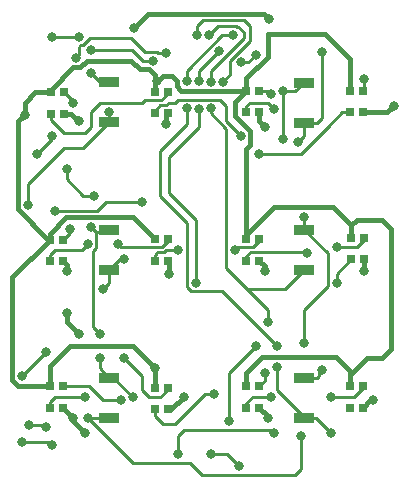
<source format=gbr>
%TF.GenerationSoftware,KiCad,Pcbnew,(5.99.0-9379-gbf5cd2e233)*%
%TF.CreationDate,2021-03-11T01:06:43+01:00*%
%TF.ProjectId,sucker-one-ui-board,7375636b-6572-42d6-9f6e-652d75692d62,rev?*%
%TF.SameCoordinates,Original*%
%TF.FileFunction,Copper,L1,Top*%
%TF.FilePolarity,Positive*%
%FSLAX46Y46*%
G04 Gerber Fmt 4.6, Leading zero omitted, Abs format (unit mm)*
G04 Created by KiCad (PCBNEW (5.99.0-9379-gbf5cd2e233)) date 2021-03-11 01:06:43*
%MOMM*%
%LPD*%
G01*
G04 APERTURE LIST*
%TA.AperFunction,SMDPad,CuDef*%
%ADD10R,0.700000X0.700000*%
%TD*%
%TA.AperFunction,SMDPad,CuDef*%
%ADD11R,1.700000X0.900000*%
%TD*%
%TA.AperFunction,ViaPad*%
%ADD12C,0.800000*%
%TD*%
%TA.AperFunction,Conductor*%
%ADD13C,0.250000*%
%TD*%
%TA.AperFunction,Conductor*%
%ADD14C,0.400000*%
%TD*%
G04 APERTURE END LIST*
D10*
%TO.P,U6,1,DO*%
%TO.N,DO_REV*%
X77555000Y-100102000D03*
%TO.P,U6,2,GND*%
%TO.N,GND*%
X78655000Y-100102000D03*
%TO.P,U6,3,DI*%
%TO.N,Net-(U3-Pad1)*%
X78655000Y-98272000D03*
%TO.P,U6,4,VDD*%
%TO.N,+5V*%
X77555000Y-98272000D03*
%TD*%
%TO.P,U5,1,DO*%
%TO.N,DO_LOW*%
X77555000Y-87529000D03*
%TO.P,U5,2,GND*%
%TO.N,GND*%
X78655000Y-87529000D03*
%TO.P,U5,3,DI*%
%TO.N,Net-(U2-Pad1)*%
X78655000Y-85699000D03*
%TO.P,U5,4,VDD*%
%TO.N,+5V*%
X77555000Y-85699000D03*
%TD*%
%TO.P,U8,1,DO*%
%TO.N,Net-(U11-Pad3)*%
X85302000Y-87529000D03*
%TO.P,U8,2,GND*%
%TO.N,GND*%
X86402000Y-87529000D03*
%TO.P,U8,3,DI*%
%TO.N,DO_LOW*%
X86402000Y-85699000D03*
%TO.P,U8,4,VDD*%
%TO.N,+5V*%
X85302000Y-85699000D03*
%TD*%
%TO.P,U2,1,DO*%
%TO.N,Net-(U2-Pad1)*%
X68665000Y-87566522D03*
%TO.P,U2,2,GND*%
%TO.N,GND*%
X69765000Y-87566522D03*
%TO.P,U2,3,DI*%
%TO.N,DO_DROP*%
X69765000Y-85736522D03*
%TO.P,U2,4,VDD*%
%TO.N,+5V*%
X68665000Y-85736522D03*
%TD*%
D11*
%TO.P,SW1,1,A*%
%TO.N,LIFT_BTN*%
X73660000Y-75817200D03*
%TO.P,SW1,2,B*%
%TO.N,+3V3*%
X73660000Y-72417200D03*
%TD*%
%TO.P,SW5,1,A*%
%TO.N,DROP_BTN*%
X90170000Y-75842600D03*
%TO.P,SW5,2,B*%
%TO.N,+3V3*%
X90170000Y-72442600D03*
%TD*%
D10*
%TO.P,U10,1,DO*%
%TO.N,DO_DROP*%
X94065000Y-74956000D03*
%TO.P,U10,2,GND*%
%TO.N,GND*%
X95165000Y-74956000D03*
%TO.P,U10,3,DI*%
%TO.N,Net-(U10-Pad3)*%
X95165000Y-73126000D03*
%TO.P,U10,4,VDD*%
%TO.N,+5V*%
X94065000Y-73126000D03*
%TD*%
%TO.P,U4,1,DO*%
%TO.N,DO_LIFT*%
X77555000Y-75045478D03*
%TO.P,U4,2,GND*%
%TO.N,GND*%
X78655000Y-75045478D03*
%TO.P,U4,3,DI*%
%TO.N,Net-(U1-Pad1)*%
X78655000Y-73215478D03*
%TO.P,U4,4,VDD*%
%TO.N,+5V*%
X77555000Y-73215478D03*
%TD*%
%TO.P,U11,1,DO*%
%TO.N,DO_HIGH*%
X94192000Y-87402000D03*
%TO.P,U11,2,GND*%
%TO.N,GND*%
X95292000Y-87402000D03*
%TO.P,U11,3,DI*%
%TO.N,Net-(U11-Pad3)*%
X95292000Y-85572000D03*
%TO.P,U11,4,VDD*%
%TO.N,+5V*%
X94192000Y-85572000D03*
%TD*%
%TO.P,U9,1,DO*%
%TO.N,Net-(U12-Pad3)*%
X85302000Y-99975000D03*
%TO.P,U9,2,GND*%
%TO.N,GND*%
X86402000Y-99975000D03*
%TO.P,U9,3,DI*%
%TO.N,DO_REV*%
X86402000Y-98145000D03*
%TO.P,U9,4,VDD*%
%TO.N,+5V*%
X85302000Y-98145000D03*
%TD*%
%TO.P,U7,1,DO*%
%TO.N,Net-(U10-Pad3)*%
X85302000Y-74956000D03*
%TO.P,U7,2,GND*%
%TO.N,GND*%
X86402000Y-74956000D03*
%TO.P,U7,3,DI*%
%TO.N,DO_LIFT*%
X86402000Y-73126000D03*
%TO.P,U7,4,VDD*%
%TO.N,+5V*%
X85302000Y-73126000D03*
%TD*%
D11*
%TO.P,SW4,1,A*%
%TO.N,TRIGGER_BTN*%
X90170000Y-100836200D03*
%TO.P,SW4,2,B*%
%TO.N,+3V3*%
X90170000Y-97436200D03*
%TD*%
%TO.P,SW3,1,A*%
%TO.N,REVERSE_BTN*%
X73685400Y-100836200D03*
%TO.P,SW3,2,B*%
%TO.N,+3V3*%
X73685400Y-97436200D03*
%TD*%
D10*
%TO.P,U3,1,DO*%
%TO.N,Net-(U3-Pad1)*%
X68665000Y-99975000D03*
%TO.P,U3,2,GND*%
%TO.N,GND*%
X69765000Y-99975000D03*
%TO.P,U3,3,DI*%
%TO.N,DO_HIGH*%
X69765000Y-98145000D03*
%TO.P,U3,4,VDD*%
%TO.N,+5V*%
X68665000Y-98145000D03*
%TD*%
%TO.P,U12,1,DO*%
%TO.N,unconnected-(U12-Pad1)*%
X94065000Y-99975000D03*
%TO.P,U12,2,GND*%
%TO.N,GND*%
X95165000Y-99975000D03*
%TO.P,U12,3,DI*%
%TO.N,Net-(U12-Pad3)*%
X95165000Y-98145000D03*
%TO.P,U12,4,VDD*%
%TO.N,+5V*%
X94065000Y-98145000D03*
%TD*%
D11*
%TO.P,SW2,1,A*%
%TO.N,LOW_BTN*%
X73660000Y-88339400D03*
%TO.P,SW2,2,B*%
%TO.N,+3V3*%
X73660000Y-84939400D03*
%TD*%
D10*
%TO.P,U1,1,DO*%
%TO.N,Net-(U1-Pad1)*%
X68792000Y-75083000D03*
%TO.P,U1,2,GND*%
%TO.N,GND*%
X69892000Y-75083000D03*
%TO.P,U1,3,DI*%
%TO.N,LED_DATA*%
X69892000Y-73253000D03*
%TO.P,U1,4,VDD*%
%TO.N,+5V*%
X68792000Y-73253000D03*
%TD*%
D11*
%TO.P,SW6,1,A*%
%TO.N,HIGH_BTN*%
X90170000Y-88314000D03*
%TO.P,SW6,2,B*%
%TO.N,+3V3*%
X90170000Y-84914000D03*
%TD*%
D12*
%TO.N,LOW_BTN*%
X81160996Y-68420999D03*
%TO.N,HIGH_BTN*%
X82160996Y-68420999D03*
%TO.N,REVERSE_BTN*%
X83025212Y-69745057D03*
%TO.N,TRIGGER_BTN*%
X84160995Y-68420999D03*
%TO.N,LIFT_BTN*%
X70866000Y-70358000D03*
X78486000Y-69977000D03*
%TO.N,+5V*%
X77787500Y-72326500D03*
%TO.N,GND*%
X75819000Y-67818000D03*
X87249000Y-67056000D03*
X71120000Y-93726000D03*
X71120000Y-75692000D03*
X71628000Y-102108000D03*
X97790000Y-74422000D03*
X86868000Y-88392000D03*
X95250000Y-88392000D03*
X70104000Y-88392000D03*
X70612000Y-100838000D03*
X87122000Y-100838000D03*
X78740000Y-88646000D03*
X86868000Y-76200000D03*
X80010000Y-99060000D03*
X96012000Y-99314000D03*
X78486000Y-75946000D03*
X70104000Y-91948000D03*
%TO.N,LIFT_BTN*%
X66941288Y-101418586D03*
X73660000Y-74930000D03*
X66802000Y-82804000D03*
X68391299Y-101600000D03*
%TO.N,HIGH_BTN*%
X82296000Y-72390000D03*
X82296000Y-74639010D03*
X86106000Y-94742000D03*
X87122000Y-92710000D03*
X83820000Y-101092000D03*
%TO.N,REVERSE_BTN*%
X81280000Y-74676000D03*
X71882000Y-100838000D03*
X81026000Y-89408000D03*
X81282651Y-72334979D03*
X89916000Y-102362000D03*
%TO.N,DROP_BTN*%
X91694000Y-69850000D03*
X89662000Y-77470000D03*
X84743995Y-104938990D03*
X84846547Y-70737772D03*
X82296000Y-103886000D03*
X86106000Y-70104000D03*
%TO.N,LOW_BTN*%
X66294000Y-97282000D03*
X83312000Y-72390000D03*
X68834000Y-103124000D03*
X79502000Y-103886000D03*
X87630000Y-102108000D03*
X68326000Y-95250000D03*
X73152000Y-89916000D03*
X66294000Y-102870000D03*
X74930000Y-87376000D03*
%TO.N,TRIGGER_BTN*%
X80266775Y-72334979D03*
X87884000Y-94742000D03*
X92456000Y-102108000D03*
X80270590Y-74639010D03*
X87884000Y-96520000D03*
%TO.N,+5V*%
X77555000Y-96605000D03*
X66548000Y-75184000D03*
%TO.N,LED_DATA*%
X70612000Y-74168000D03*
X67564000Y-78486000D03*
X68834000Y-76962000D03*
%TO.N,Net-(U2-Pad1)*%
X74422000Y-86106000D03*
X71882000Y-86106000D03*
%TO.N,DO_DROP*%
X69088000Y-83312000D03*
X76454000Y-82550000D03*
X70358000Y-84836000D03*
X86360000Y-78486000D03*
%TO.N,Net-(U3-Pad1)*%
X74930000Y-95758000D03*
X71628000Y-99060000D03*
%TO.N,DO_LOW*%
X79502000Y-86614000D03*
X84328000Y-86614000D03*
%TO.N,DO_LIFT*%
X87376000Y-73406000D03*
X84836000Y-76962000D03*
%TO.N,DO_HIGH*%
X74676000Y-99314000D03*
X92964000Y-89408000D03*
%TO.N,DO_REV*%
X86868000Y-97028000D03*
X82550000Y-98806000D03*
%TO.N,Net-(U10-Pad3)*%
X87630000Y-74676000D03*
X95250000Y-72136000D03*
%TO.N,Net-(U11-Pad3)*%
X90424000Y-86868000D03*
X92964000Y-86360000D03*
%TO.N,Net-(U12-Pad3)*%
X92456000Y-99060000D03*
X87376000Y-99060000D03*
%TO.N,+3V3*%
X75692000Y-99060000D03*
X77430208Y-70597288D03*
X72136000Y-71628000D03*
X72898000Y-95758000D03*
X88392000Y-77216000D03*
X72136000Y-84637021D03*
X91694000Y-96774000D03*
X72390000Y-82042000D03*
X70104000Y-79756000D03*
X90170000Y-83820000D03*
X72898000Y-93726000D03*
X88392000Y-73152000D03*
X72195159Y-69673161D03*
X90170000Y-94488000D03*
%TO.N,DATA_IN*%
X71120000Y-68580000D03*
X68834000Y-68580000D03*
%TD*%
D13*
%TO.N,TRIGGER_BTN*%
X80266775Y-72334979D02*
X80266775Y-71430492D01*
%TO.N,HIGH_BTN*%
X84649600Y-67760011D02*
X84522600Y-67760011D01*
D14*
%TO.N,GND*%
X75819000Y-67818000D02*
X76979011Y-66657989D01*
D13*
%TO.N,LOW_BTN*%
X81661000Y-67183000D02*
X81160996Y-67683004D01*
%TO.N,REVERSE_BTN*%
X81282651Y-72334979D02*
X81282651Y-71487618D01*
X81282651Y-71487618D02*
X83025212Y-69745057D01*
%TO.N,HIGH_BTN*%
X82890995Y-67691000D02*
X82160996Y-68420999D01*
X82296000Y-72390000D02*
X82296000Y-71499589D01*
X85090000Y-68200411D02*
X84649600Y-67760011D01*
%TO.N,DROP_BTN*%
X86106000Y-70104000D02*
X85472228Y-70737772D01*
%TO.N,LOW_BTN*%
X83312000Y-72390000D02*
X83947000Y-71755000D01*
D14*
%TO.N,GND*%
X76979011Y-66657989D02*
X86850989Y-66657989D01*
D13*
%TO.N,HIGH_BTN*%
X84522600Y-67760011D02*
X84453589Y-67691000D01*
X82296000Y-71499589D02*
X85090000Y-68705589D01*
%TO.N,TRIGGER_BTN*%
X83276268Y-68420999D02*
X84160995Y-68420999D01*
X80266775Y-71430492D02*
X83276268Y-68420999D01*
%TO.N,LOW_BTN*%
X83947000Y-71755000D02*
X83947000Y-70612000D01*
X85598000Y-68961000D02*
X85598000Y-67691000D01*
%TO.N,HIGH_BTN*%
X84453589Y-67691000D02*
X82890995Y-67691000D01*
D14*
%TO.N,GND*%
X86850989Y-66657989D02*
X87249000Y-67056000D01*
D13*
%TO.N,DROP_BTN*%
X85472228Y-70737772D02*
X84846547Y-70737772D01*
%TO.N,HIGH_BTN*%
X85090000Y-68705589D02*
X85090000Y-68200411D01*
%TO.N,LOW_BTN*%
X81160996Y-67683004D02*
X81160996Y-68420999D01*
X83947000Y-70612000D02*
X85598000Y-68961000D01*
X85598000Y-67691000D02*
X85090000Y-67183000D01*
X85090000Y-67183000D02*
X81661000Y-67183000D01*
D14*
%TO.N,+5V*%
X77555000Y-71798998D02*
X77555000Y-73215478D01*
D13*
%TO.N,LIFT_BTN*%
X75565000Y-68707000D02*
X72644000Y-68707000D01*
D14*
%TO.N,+5V*%
X75600000Y-70612000D02*
X76323999Y-71335999D01*
D13*
%TO.N,LIFT_BTN*%
X71120000Y-69850000D02*
X71120000Y-70104000D01*
X77882937Y-69977000D02*
X77778214Y-69872277D01*
X75946000Y-69088000D02*
X75565000Y-68707000D01*
X71468006Y-69305011D02*
X71283989Y-69305011D01*
D14*
%TO.N,+5V*%
X76323999Y-71335999D02*
X77092001Y-71335999D01*
X68792000Y-73253000D02*
X68792000Y-73047478D01*
X68792000Y-73047478D02*
X70681477Y-71158001D01*
D13*
%TO.N,+3V3*%
X77430208Y-70597288D02*
X76585009Y-70597288D01*
%TO.N,LIFT_BTN*%
X72066017Y-68707000D02*
X71468006Y-69305011D01*
X77778214Y-69872277D02*
X76730277Y-69872277D01*
X71120000Y-69469000D02*
X71120000Y-69850000D01*
%TO.N,+3V3*%
X76585009Y-70597288D02*
X75660882Y-69673161D01*
%TO.N,LIFT_BTN*%
X71247000Y-69342000D02*
X71120000Y-69469000D01*
X71283989Y-69305011D02*
X71247000Y-69342000D01*
X76730277Y-69872277D02*
X75946000Y-69088000D01*
D14*
%TO.N,+5V*%
X71796002Y-70612000D02*
X75600000Y-70612000D01*
D13*
%TO.N,+3V3*%
X75660882Y-69673161D02*
X72195159Y-69673161D01*
D14*
%TO.N,+5V*%
X77092001Y-71335999D02*
X77555000Y-71798998D01*
D13*
%TO.N,LIFT_BTN*%
X78486000Y-69977000D02*
X77882937Y-69977000D01*
X72644000Y-68707000D02*
X72066017Y-68707000D01*
D14*
%TO.N,+5V*%
X70681477Y-71158001D02*
X71250001Y-71158001D01*
X71250001Y-71158001D02*
X71796002Y-70612000D01*
D13*
%TO.N,LIFT_BTN*%
X71120000Y-70104000D02*
X70866000Y-70358000D01*
D14*
%TO.N,+5V*%
X78232000Y-71882000D02*
X77787500Y-72326500D01*
X77787500Y-72326500D02*
X77555000Y-72559000D01*
D13*
%TO.N,+3V3*%
X77430208Y-70597288D02*
X77430208Y-70524792D01*
D14*
%TO.N,GND*%
X70104000Y-92710000D02*
X71120000Y-93726000D01*
X86868000Y-88392000D02*
X86868000Y-87995000D01*
X70104000Y-87905522D02*
X69765000Y-87566522D01*
X78968000Y-100102000D02*
X80010000Y-99060000D01*
X70104000Y-91948000D02*
X70104000Y-92710000D01*
X70612000Y-100822000D02*
X69765000Y-99975000D01*
X95250000Y-87444000D02*
X95292000Y-87402000D01*
X70612000Y-100838000D02*
X70612000Y-100822000D01*
X97256000Y-74956000D02*
X95165000Y-74956000D01*
X95250000Y-88392000D02*
X95250000Y-87444000D01*
X96012000Y-99314000D02*
X95826000Y-99314000D01*
X86868000Y-87995000D02*
X86402000Y-87529000D01*
X87122000Y-100695000D02*
X86402000Y-99975000D01*
X78740000Y-88646000D02*
X78740000Y-87614000D01*
X86402000Y-74956000D02*
X86402000Y-75734000D01*
X78655000Y-100102000D02*
X78968000Y-100102000D01*
X95826000Y-99314000D02*
X95165000Y-99975000D01*
X70511000Y-75083000D02*
X71120000Y-75692000D01*
X70612000Y-100838000D02*
X70612000Y-101092000D01*
X70612000Y-101092000D02*
X71628000Y-102108000D01*
X69892000Y-75083000D02*
X70511000Y-75083000D01*
X78740000Y-87614000D02*
X78655000Y-87529000D01*
X78486000Y-75946000D02*
X78486000Y-75214478D01*
X87122000Y-100838000D02*
X87122000Y-100695000D01*
X86402000Y-75734000D02*
X86868000Y-76200000D01*
X78486000Y-75214478D02*
X78655000Y-75045478D01*
X97790000Y-74422000D02*
X97256000Y-74956000D01*
X70104000Y-88392000D02*
X70104000Y-87905522D01*
D13*
%TO.N,LIFT_BTN*%
X73660000Y-75817200D02*
X73660000Y-74930000D01*
X66941288Y-101418586D02*
X68209885Y-101418586D01*
X73660000Y-75817200D02*
X71499200Y-77978000D01*
X68209885Y-101418586D02*
X68391299Y-101600000D01*
X71499200Y-77978000D02*
X71120000Y-77978000D01*
X69850000Y-77978000D02*
X68834000Y-78994000D01*
X68834000Y-78994000D02*
X66802000Y-81026000D01*
X71120000Y-77978000D02*
X69850000Y-77978000D01*
X66802000Y-81026000D02*
X66802000Y-82804000D01*
%TO.N,HIGH_BTN*%
X83820000Y-97028000D02*
X86106000Y-94742000D01*
X90170000Y-88314000D02*
X88568000Y-89916000D01*
X83602999Y-88174999D02*
X83602999Y-76365411D01*
X83820000Y-101092000D02*
X83820000Y-97028000D01*
X87122000Y-92710000D02*
X87122000Y-91694000D01*
X82296000Y-75058412D02*
X82296000Y-74639010D01*
X85344000Y-89916000D02*
X83602999Y-88174999D01*
X87122000Y-91694000D02*
X85344000Y-89916000D01*
X83602999Y-76365411D02*
X82296000Y-75058412D01*
X88568000Y-89916000D02*
X85344000Y-89916000D01*
%TO.N,REVERSE_BTN*%
X71882000Y-100838000D02*
X73683600Y-100838000D01*
X80518000Y-104648000D02*
X81026000Y-105156000D01*
X89916000Y-105156000D02*
X89916000Y-102362000D01*
X75692000Y-104648000D02*
X77470000Y-104648000D01*
X83058000Y-105664000D02*
X85344000Y-105664000D01*
X77470000Y-104648000D02*
X80518000Y-104648000D01*
X81026000Y-85090000D02*
X81026000Y-89408000D01*
X78740000Y-78740000D02*
X78740000Y-81788000D01*
X85344000Y-105664000D02*
X89408000Y-105664000D01*
X81280000Y-76200000D02*
X78740000Y-78740000D01*
X81026000Y-84074000D02*
X81026000Y-85090000D01*
X81026000Y-105156000D02*
X81534000Y-105664000D01*
X81534000Y-105664000D02*
X83058000Y-105664000D01*
X78740000Y-81788000D02*
X81026000Y-84074000D01*
X71882000Y-100838000D02*
X75692000Y-104648000D01*
X89408000Y-105664000D02*
X89916000Y-105156000D01*
X81280000Y-74676000D02*
X81280000Y-76200000D01*
X73683600Y-100838000D02*
X73685400Y-100836200D01*
%TO.N,DROP_BTN*%
X91694000Y-75438000D02*
X91289400Y-75842600D01*
X83691005Y-103886000D02*
X84743995Y-104938990D01*
X91694000Y-69850000D02*
X91694000Y-75438000D01*
X90170000Y-76962000D02*
X89662000Y-77470000D01*
X82296000Y-103886000D02*
X83691005Y-103886000D01*
X90170000Y-75842600D02*
X90170000Y-76962000D01*
X91289400Y-75842600D02*
X90170000Y-75842600D01*
%TO.N,LOW_BTN*%
X79502000Y-103886000D02*
X79502000Y-102362000D01*
X74930000Y-87376000D02*
X74623400Y-87376000D01*
X68580000Y-102870000D02*
X68834000Y-103124000D01*
X66294000Y-102870000D02*
X68580000Y-102870000D01*
X73660000Y-88339400D02*
X73660000Y-89408000D01*
X87376000Y-101854000D02*
X87630000Y-102108000D01*
X79756000Y-102108000D02*
X80010000Y-101854000D01*
X73660000Y-89408000D02*
X73152000Y-89916000D01*
X80010000Y-101854000D02*
X81026000Y-101854000D01*
X81026000Y-101854000D02*
X84186004Y-101854000D01*
X74623400Y-87376000D02*
X73660000Y-88339400D01*
X84186004Y-101854000D02*
X87376000Y-101854000D01*
X68326000Y-95250000D02*
X66294000Y-97282000D01*
X79502000Y-102362000D02*
X79756000Y-102108000D01*
%TO.N,TRIGGER_BTN*%
X80300999Y-89756001D02*
X80300999Y-84364999D01*
X80300999Y-84364999D02*
X77978000Y-82042000D01*
X80270590Y-75939410D02*
X80270590Y-74639010D01*
X77978000Y-78232000D02*
X80270590Y-75939410D01*
X87884000Y-98494998D02*
X90170000Y-100780998D01*
X90170000Y-100836200D02*
X91184200Y-100836200D01*
X77978000Y-82042000D02*
X77978000Y-78232000D01*
X87884000Y-94742000D02*
X83275001Y-90133001D01*
X91184200Y-100836200D02*
X92456000Y-102108000D01*
X90170000Y-100780998D02*
X90170000Y-100836200D01*
X87884000Y-96520000D02*
X87884000Y-98494998D01*
X80677999Y-90133001D02*
X80300999Y-89756001D01*
X83275001Y-90133001D02*
X80677999Y-90133001D01*
D14*
%TO.N,+5V*%
X70086989Y-83837011D02*
X75693011Y-83837011D01*
X91948000Y-68326000D02*
X94065000Y-70443000D01*
X67463000Y-73253000D02*
X66548000Y-74168000D01*
X79463999Y-72332477D02*
X79013522Y-71882000D01*
X95504000Y-95758000D02*
X94065000Y-97197000D01*
X84345011Y-75287009D02*
X85636001Y-76577999D01*
X92671999Y-83019999D02*
X94192000Y-84540000D01*
X87122000Y-68326000D02*
X87122000Y-70272002D01*
X97536000Y-94996000D02*
X96774000Y-95758000D01*
X65493999Y-88907523D02*
X65493999Y-97666001D01*
X68665000Y-85259000D02*
X70086989Y-83837011D01*
X66548000Y-74168000D02*
X66548000Y-75184000D01*
X97536000Y-84836000D02*
X97536000Y-94996000D01*
X94192000Y-84540000D02*
X94658000Y-84074000D01*
X68665000Y-98145000D02*
X68665000Y-96435000D01*
X68665000Y-85736522D02*
X65493999Y-88907523D01*
X66548000Y-75184000D02*
X66001999Y-75730001D01*
X94065000Y-97197000D02*
X94065000Y-98145000D01*
X86652001Y-95719999D02*
X85302000Y-97070000D01*
X87122000Y-68326000D02*
X91948000Y-68326000D01*
X85636001Y-77771997D02*
X85302000Y-78105998D01*
X94192000Y-84540000D02*
X94192000Y-85572000D01*
X77555000Y-72559000D02*
X77555000Y-73215478D01*
X75693011Y-83837011D02*
X77555000Y-85699000D01*
X68550520Y-85736522D02*
X68665000Y-85736522D01*
X70358000Y-94742000D02*
X75692000Y-94742000D01*
X77555000Y-96605000D02*
X77555000Y-98272000D01*
X75692000Y-94742000D02*
X77555000Y-96605000D01*
X85237999Y-73190001D02*
X81806478Y-73190001D01*
X94065000Y-98145000D02*
X94065000Y-96859000D01*
X87122000Y-70272002D02*
X85302000Y-72092002D01*
X85302000Y-97070000D02*
X85302000Y-98145000D01*
X85636001Y-76577999D02*
X85636001Y-77771997D01*
X96774000Y-84074000D02*
X97536000Y-84836000D01*
X66001999Y-83188001D02*
X68550520Y-85736522D01*
X85302000Y-72092002D02*
X85302000Y-73126000D01*
X85302000Y-78105998D02*
X85302000Y-85699000D01*
X94065000Y-70443000D02*
X94065000Y-73126000D01*
X68665000Y-96435000D02*
X70358000Y-94742000D01*
X84345011Y-74082989D02*
X84345011Y-75287009D01*
X81806478Y-73190001D02*
X81751466Y-73134989D01*
X65972998Y-98145000D02*
X68665000Y-98145000D01*
X85302000Y-85699000D02*
X85302000Y-85378980D01*
X85302000Y-73126000D02*
X85237999Y-73190001D01*
X94658000Y-84074000D02*
X96774000Y-84074000D01*
X81751466Y-73134989D02*
X79824987Y-73134989D01*
X87660981Y-83019999D02*
X92671999Y-83019999D01*
X85302000Y-73126000D02*
X84345011Y-74082989D01*
X96774000Y-95758000D02*
X95504000Y-95758000D01*
X79463999Y-72774001D02*
X79463999Y-72332477D01*
X68665000Y-85736522D02*
X68665000Y-85259000D01*
X92925999Y-95719999D02*
X86652001Y-95719999D01*
X94065000Y-96859000D02*
X92925999Y-95719999D01*
X68792000Y-73253000D02*
X67463000Y-73253000D01*
X65493999Y-97666001D02*
X65972998Y-98145000D01*
X85302000Y-85378980D02*
X87660981Y-83019999D01*
X66001999Y-75730001D02*
X66001999Y-83188001D01*
X79013522Y-71882000D02*
X78232000Y-71882000D01*
X79824987Y-73134989D02*
X79463999Y-72774001D01*
D13*
%TO.N,LED_DATA*%
X68834000Y-77216000D02*
X67564000Y-78486000D01*
X70612000Y-73973000D02*
X69892000Y-73253000D01*
X70612000Y-74168000D02*
X70612000Y-73973000D01*
X68834000Y-76962000D02*
X68834000Y-77216000D01*
%TO.N,Net-(U1-Pad1)*%
X78655000Y-73400498D02*
X78655000Y-73215478D01*
X72898000Y-74168000D02*
X76454000Y-74168000D01*
X71628000Y-76708000D02*
X72136000Y-76200000D01*
X68792000Y-75650000D02*
X69850000Y-76708000D01*
X76708000Y-73914000D02*
X78141498Y-73914000D01*
X76454000Y-74168000D02*
X76708000Y-73914000D01*
X72136000Y-74930000D02*
X72898000Y-74168000D01*
X68792000Y-75083000D02*
X68792000Y-75650000D01*
X72136000Y-76200000D02*
X72136000Y-74930000D01*
X69850000Y-76708000D02*
X71628000Y-76708000D01*
X78141498Y-73914000D02*
X78655000Y-73400498D01*
%TO.N,Net-(U2-Pad1)*%
X68665000Y-87566522D02*
X68665000Y-87037000D01*
X74422000Y-86106000D02*
X74690011Y-86374011D01*
X68834000Y-86868000D02*
X69088000Y-86614000D01*
X78165009Y-86374011D02*
X78655000Y-85884020D01*
X68665000Y-87037000D02*
X68834000Y-86868000D01*
X71374000Y-86614000D02*
X71882000Y-86106000D01*
X69850000Y-86614000D02*
X71374000Y-86614000D01*
X69088000Y-86614000D02*
X69850000Y-86614000D01*
X74690011Y-86374011D02*
X78165009Y-86374011D01*
X78655000Y-85884020D02*
X78655000Y-85699000D01*
%TO.N,DO_DROP*%
X73406000Y-82550000D02*
X73152000Y-82804000D01*
X92202000Y-76200000D02*
X89916000Y-78486000D01*
X70358000Y-84836000D02*
X70358000Y-85143522D01*
X76454000Y-82550000D02*
X74676000Y-82550000D01*
X89916000Y-78486000D02*
X87884000Y-78486000D01*
X73152000Y-82804000D02*
X72644000Y-83312000D01*
X87884000Y-78486000D02*
X86360000Y-78486000D01*
X72644000Y-83312000D02*
X69088000Y-83312000D01*
X74676000Y-82550000D02*
X73406000Y-82550000D01*
X94065000Y-74956000D02*
X93446000Y-74956000D01*
X93446000Y-74956000D02*
X92202000Y-76200000D01*
X70358000Y-85143522D02*
X69765000Y-85736522D01*
%TO.N,Net-(U3-Pad1)*%
X74930000Y-95758000D02*
X76454000Y-97282000D01*
X76454000Y-97282000D02*
X76454000Y-98456020D01*
X68665000Y-99975000D02*
X68665000Y-99483000D01*
X78052020Y-99060000D02*
X78655000Y-98457020D01*
X68665000Y-99483000D02*
X69088000Y-99060000D01*
X69088000Y-99060000D02*
X71628000Y-99060000D01*
X77057980Y-99060000D02*
X78052020Y-99060000D01*
X78655000Y-98457020D02*
X78655000Y-98272000D01*
X76454000Y-98456020D02*
X77057980Y-99060000D01*
%TO.N,DO_LOW*%
X84328000Y-86614000D02*
X84567989Y-86374011D01*
X79248000Y-86614000D02*
X79502000Y-86614000D01*
X77724000Y-86868000D02*
X77767978Y-86824022D01*
X84567989Y-86374011D02*
X85912009Y-86374011D01*
X78561432Y-86614000D02*
X79248000Y-86614000D01*
X85912009Y-86374011D02*
X86402000Y-85884020D01*
X86402000Y-85884020D02*
X86402000Y-85699000D01*
X78351410Y-86824022D02*
X78561432Y-86614000D01*
X77555000Y-87037000D02*
X77724000Y-86868000D01*
X77555000Y-87529000D02*
X77555000Y-87037000D01*
X77767978Y-86824022D02*
X78351410Y-86824022D01*
%TO.N,DO_LIFT*%
X78044991Y-74370467D02*
X78537533Y-74370467D01*
X87096000Y-73126000D02*
X86402000Y-73126000D01*
X78537533Y-74370467D02*
X78740000Y-74168000D01*
X78740000Y-74168000D02*
X78987498Y-74168000D01*
X79502000Y-73914000D02*
X83058000Y-73914000D01*
X78987498Y-74168000D02*
X79248000Y-74168000D01*
X83566000Y-75692000D02*
X84074000Y-76200000D01*
X77555000Y-74860458D02*
X78044991Y-74370467D01*
X87376000Y-73406000D02*
X87096000Y-73126000D01*
X79248000Y-74168000D02*
X79502000Y-73914000D01*
X83566000Y-74930000D02*
X83566000Y-75692000D01*
X77555000Y-75045478D02*
X77555000Y-74860458D01*
X84074000Y-76200000D02*
X84836000Y-76962000D01*
X83566000Y-74422000D02*
X83566000Y-74930000D01*
X83058000Y-73914000D02*
X83566000Y-74422000D01*
%TO.N,DO_HIGH*%
X92964000Y-88630000D02*
X92964000Y-89408000D01*
X71983000Y-98145000D02*
X69765000Y-98145000D01*
X94192000Y-87402000D02*
X92964000Y-88630000D01*
X74676000Y-99314000D02*
X73152000Y-99314000D01*
X73152000Y-99314000D02*
X71983000Y-98145000D01*
%TO.N,DO_REV*%
X77555000Y-100669000D02*
X78232000Y-101346000D01*
X86868000Y-97679000D02*
X86402000Y-98145000D01*
X77555000Y-100102000D02*
X77555000Y-100669000D01*
X79248000Y-101346000D02*
X79502000Y-101092000D01*
X78232000Y-101346000D02*
X79248000Y-101346000D01*
X79502000Y-101092000D02*
X81788000Y-98806000D01*
X81788000Y-98806000D02*
X82550000Y-98806000D01*
X86868000Y-97028000D02*
X86868000Y-97679000D01*
%TO.N,Net-(U10-Pad3)*%
X95250000Y-72136000D02*
X95250000Y-73041000D01*
X85598000Y-74168000D02*
X87122000Y-74168000D01*
X85302000Y-74956000D02*
X85302000Y-74464000D01*
X95250000Y-73041000D02*
X95165000Y-73126000D01*
X87122000Y-74168000D02*
X87630000Y-74676000D01*
X85302000Y-74464000D02*
X85598000Y-74168000D01*
%TO.N,Net-(U11-Pad3)*%
X85302000Y-87164000D02*
X85598000Y-86868000D01*
X90380022Y-86824022D02*
X90424000Y-86868000D01*
X95292000Y-85757020D02*
X95292000Y-85572000D01*
X85598000Y-86868000D02*
X85641978Y-86824022D01*
X92964000Y-86360000D02*
X94689020Y-86360000D01*
X85302000Y-87529000D02*
X85302000Y-87164000D01*
X94689020Y-86360000D02*
X95292000Y-85757020D01*
X85641978Y-86824022D02*
X90380022Y-86824022D01*
%TO.N,Net-(U12-Pad3)*%
X85302000Y-99610000D02*
X85852000Y-99060000D01*
X94435020Y-99060000D02*
X95165000Y-98330020D01*
X85302000Y-99975000D02*
X85302000Y-99610000D01*
X85852000Y-99060000D02*
X87376000Y-99060000D01*
X95165000Y-98330020D02*
X95165000Y-98145000D01*
X92456000Y-99060000D02*
X94435020Y-99060000D01*
%TO.N,+3V3*%
X90170000Y-91694000D02*
X90170000Y-92710000D01*
X88392000Y-73152000D02*
X88392000Y-77216000D01*
X74068200Y-97436200D02*
X75692000Y-99060000D01*
X72898000Y-96648800D02*
X73685400Y-97436200D01*
X88392000Y-73152000D02*
X89460600Y-73152000D01*
X72925200Y-72417200D02*
X73660000Y-72417200D01*
X72353001Y-86708001D02*
X72607001Y-86454001D01*
X71499588Y-82042000D02*
X72390000Y-82042000D01*
X90170000Y-84914000D02*
X90248000Y-84914000D01*
X91948000Y-89916000D02*
X90170000Y-91694000D01*
X92202000Y-89662000D02*
X91948000Y-89916000D01*
X70104000Y-80646412D02*
X71499588Y-82042000D01*
X72607001Y-86454001D02*
X72607001Y-85108022D01*
X73685400Y-97436200D02*
X74068200Y-97436200D01*
X72898000Y-95758000D02*
X72898000Y-96648800D01*
X72588979Y-85090000D02*
X72136000Y-84637021D01*
X90170000Y-92710000D02*
X90170000Y-94488000D01*
X92202000Y-86868000D02*
X92202000Y-89662000D01*
X72898000Y-93726000D02*
X72353001Y-93181001D01*
X91440000Y-97028000D02*
X91440000Y-97282000D01*
X72607001Y-85108022D02*
X72136000Y-84637021D01*
X91440000Y-97282000D02*
X91285800Y-97436200D01*
X70104000Y-79756000D02*
X70104000Y-80646412D01*
X73660000Y-84939400D02*
X73509400Y-85090000D01*
X73509400Y-85090000D02*
X72588979Y-85090000D01*
X90170000Y-83820000D02*
X90170000Y-84914000D01*
X91285800Y-97436200D02*
X90170000Y-97436200D01*
X91694000Y-96774000D02*
X91440000Y-97028000D01*
X90248000Y-84914000D02*
X92202000Y-86868000D01*
X89460600Y-73152000D02*
X90170000Y-72442600D01*
X72136000Y-71628000D02*
X72925200Y-72417200D01*
X72353001Y-93181001D02*
X72353001Y-86708001D01*
%TO.N,DATA_IN*%
X71120000Y-68580000D02*
X68834000Y-68580000D01*
%TD*%
M02*

</source>
